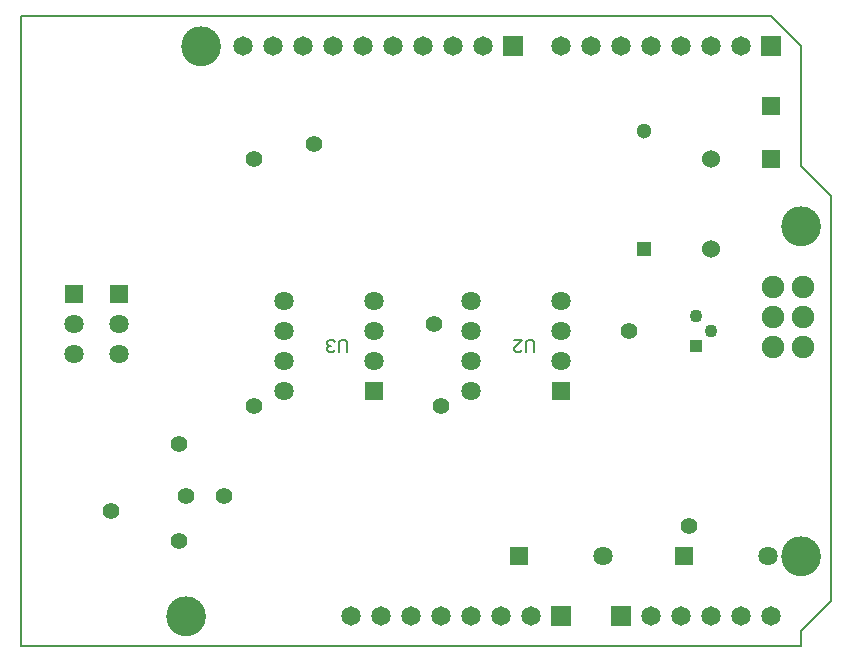
<source format=gbs>
G04*
G04 #@! TF.GenerationSoftware,Altium Limited,Altium Designer,20.0.12 (288)*
G04*
G04 Layer_Color=16711935*
%FSLAX25Y25*%
%MOIN*%
G70*
G01*
G75*
%ADD15C,0.00500*%
%ADD17C,0.00700*%
%ADD34C,0.06406*%
%ADD35R,0.06406X0.06406*%
%ADD36C,0.04331*%
%ADD37R,0.04331X0.04331*%
%ADD38R,0.06406X0.06406*%
%ADD39C,0.06012*%
%ADD40C,0.05118*%
%ADD41R,0.05118X0.05118*%
%ADD42C,0.13098*%
%ADD43R,0.06500X0.06500*%
%ADD44C,0.06500*%
%ADD45C,0.07500*%
%ADD46C,0.05500*%
D15*
X266299Y140000D02*
G03*
X266299Y140000I-6299J0D01*
G01*
X61299Y10000D02*
G03*
X61299Y10000I-6299J0D01*
G01*
X266299Y30000D02*
G03*
X266299Y30000I-6299J0D01*
G01*
X66299Y200000D02*
G03*
X66299Y200000I-6299J0D01*
G01*
X0Y210000D02*
X250000D01*
X0Y0D02*
X260000D01*
X0D02*
Y210000D01*
X250000D02*
X260000Y200000D01*
Y160000D02*
Y200000D01*
Y160000D02*
X270000Y150000D01*
Y15000D02*
Y150000D01*
X260000Y5000D02*
X270000Y15000D01*
X260000Y0D02*
Y5000D01*
D17*
X171000Y98001D02*
Y101334D01*
X170334Y102000D01*
X169001D01*
X168334Y101334D01*
Y98001D01*
X164336Y102000D02*
X167001D01*
X164336Y99334D01*
Y98668D01*
X165002Y98001D01*
X166335D01*
X167001Y98668D01*
X108500Y98001D02*
Y101334D01*
X107834Y102000D01*
X106501D01*
X105834Y101334D01*
Y98001D01*
X104501Y98668D02*
X103835Y98001D01*
X102502D01*
X101836Y98668D01*
Y99334D01*
X102502Y100001D01*
X103168D01*
X102502D01*
X101836Y100667D01*
Y101334D01*
X102502Y102000D01*
X103835D01*
X104501Y101334D01*
D34*
X32500Y97500D02*
D03*
Y107500D02*
D03*
X17500Y97500D02*
D03*
Y107500D02*
D03*
X193976Y30000D02*
D03*
X248976D02*
D03*
X180000Y95000D02*
D03*
Y105000D02*
D03*
Y115000D02*
D03*
X150000Y85000D02*
D03*
Y95000D02*
D03*
Y105000D02*
D03*
Y115000D02*
D03*
X117500Y95000D02*
D03*
Y105000D02*
D03*
Y115000D02*
D03*
X87500Y85000D02*
D03*
Y95000D02*
D03*
Y105000D02*
D03*
Y115000D02*
D03*
D35*
X32500Y117500D02*
D03*
X17500D02*
D03*
X250000Y180000D02*
D03*
Y162500D02*
D03*
D36*
X230000Y105000D02*
D03*
X225000Y110000D02*
D03*
D37*
Y100000D02*
D03*
D38*
X166024Y30000D02*
D03*
X221024D02*
D03*
X180000Y85000D02*
D03*
X117500D02*
D03*
D39*
X230000Y162500D02*
D03*
Y132500D02*
D03*
D40*
X207500Y171870D02*
D03*
D41*
Y132500D02*
D03*
D42*
X260000Y30000D02*
D03*
Y140000D02*
D03*
X55000Y10000D02*
D03*
X60000Y200000D02*
D03*
D43*
X200000Y10000D02*
D03*
X164000Y200000D02*
D03*
X250000D02*
D03*
X180000Y10000D02*
D03*
D44*
X210000D02*
D03*
X220000D02*
D03*
X230000D02*
D03*
X240000D02*
D03*
X250000D02*
D03*
X154000Y200000D02*
D03*
X144000D02*
D03*
X134000D02*
D03*
X124000D02*
D03*
X114000D02*
D03*
X104000D02*
D03*
X94000D02*
D03*
X84000D02*
D03*
X74000D02*
D03*
X220000D02*
D03*
X210000D02*
D03*
X200000D02*
D03*
X190000D02*
D03*
X180000D02*
D03*
X240000D02*
D03*
X230000D02*
D03*
X150000Y10000D02*
D03*
X140000D02*
D03*
X130000D02*
D03*
X120000D02*
D03*
X110000D02*
D03*
X170000D02*
D03*
X160000D02*
D03*
D45*
X250551Y119803D02*
D03*
X260551D02*
D03*
X250551Y109803D02*
D03*
X260551D02*
D03*
X250551Y99803D02*
D03*
X260551D02*
D03*
D46*
X222500Y40000D02*
D03*
X202500Y105000D02*
D03*
X137500Y107500D02*
D03*
X52500Y67500D02*
D03*
X67500Y50000D02*
D03*
X30000Y45000D02*
D03*
X52500Y35000D02*
D03*
X55000Y50000D02*
D03*
X140000Y80000D02*
D03*
X77500D02*
D03*
X97500Y167500D02*
D03*
X77500Y162500D02*
D03*
M02*

</source>
